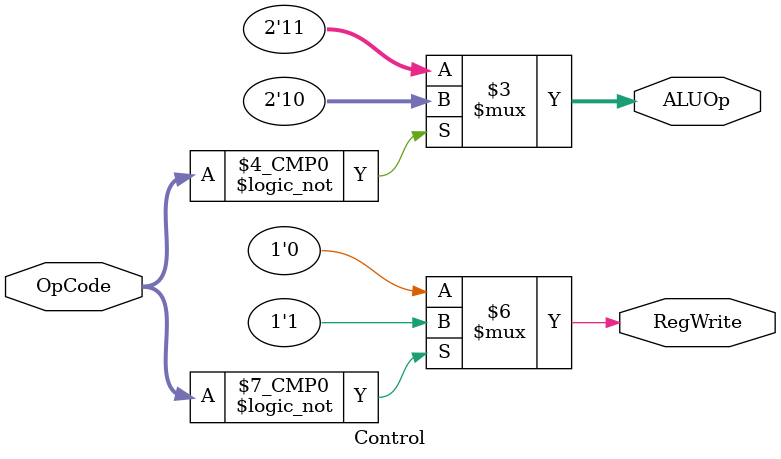
<source format=v>
module Control(
    output reg RegWrite,
    output reg[1:0]ALUOp,

    input [5:0]OpCode
);

always@(OpCode)begin
    case(OpCode)
        6'b000000: begin
            RegWrite <= 1;
            ALUOp <= 2'b10;
        end
        default:begin
            RegWrite <= 0;
            ALUOp <= 2'b11;
        end
    endcase
end
endmodule
</source>
